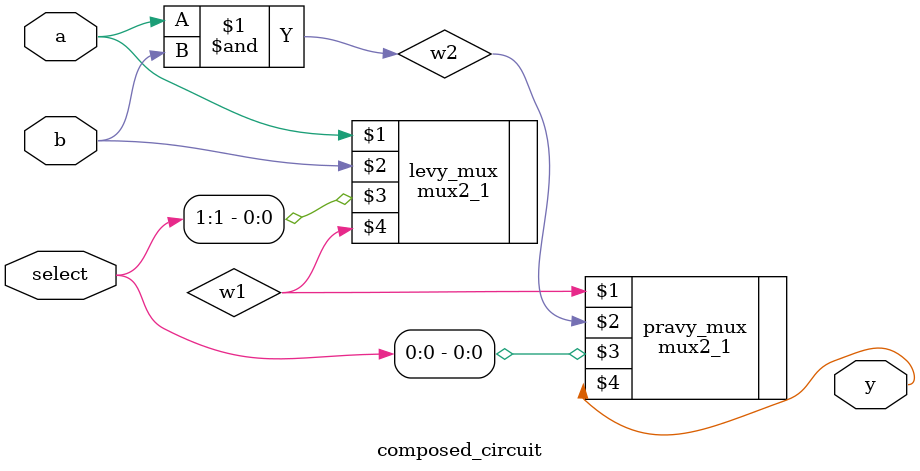
<source format=v>
module composed_circuit(input a, b, input [1:0] select,
                 output y);

  wire w1,w2;

  mux2_1 levy_mux(a,b,select[1],w1);
  mux2_1 pravy_mux(w1,w2,select[0],y);
  assign w2 = a & b;
endmodule


</source>
